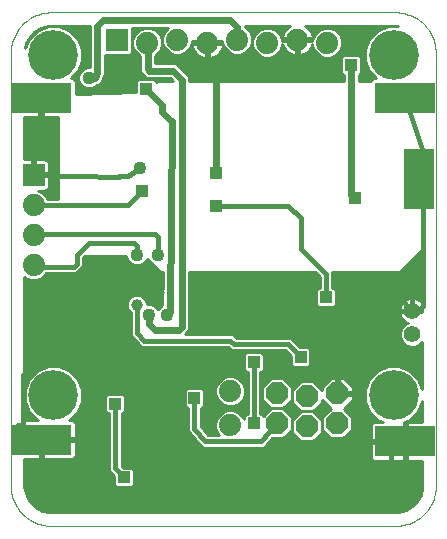
<source format=gbl>
G75*
G70*
%OFA0B0*%
%FSLAX24Y24*%
%IPPOS*%
%LPD*%
%AMOC8*
5,1,8,0,0,1.08239X$1,22.5*
%
%ADD10C,0.0010*%
%ADD11R,0.0740X0.0740*%
%ADD12C,0.0740*%
%ADD13R,0.2000X0.1000*%
%ADD14R,0.1000X0.2000*%
%ADD15C,0.0560*%
%ADD16OC8,0.0740*%
%ADD17R,0.0396X0.0396*%
%ADD18C,0.0240*%
%ADD19C,0.0160*%
%ADD20C,0.0436*%
%ADD21C,0.0100*%
%ADD22C,0.0396*%
%ADD23C,0.1660*%
D10*
X002398Y002257D02*
X002398Y016647D01*
X002398Y016637D02*
X002397Y016710D01*
X002400Y016782D01*
X002406Y016854D01*
X002416Y016926D01*
X002430Y016997D01*
X002448Y017067D01*
X002470Y017136D01*
X002495Y017204D01*
X002524Y017270D01*
X002556Y017335D01*
X002592Y017398D01*
X002632Y017459D01*
X002674Y017517D01*
X002719Y017574D01*
X002768Y017628D01*
X002819Y017679D01*
X002873Y017727D01*
X002930Y017772D01*
X002988Y017815D01*
X003049Y017854D01*
X003112Y017889D01*
X003177Y017922D01*
X003244Y017950D01*
X003312Y017975D01*
X003381Y017997D01*
X003451Y018015D01*
X003522Y018028D01*
X003594Y018038D01*
X003666Y018045D01*
X003738Y018047D01*
X015158Y018047D01*
X015152Y018046D02*
X015225Y018047D01*
X015297Y018044D01*
X015369Y018038D01*
X015441Y018028D01*
X015512Y018014D01*
X015582Y017996D01*
X015651Y017974D01*
X015719Y017949D01*
X015785Y017920D01*
X015850Y017888D01*
X015913Y017852D01*
X015974Y017812D01*
X016032Y017770D01*
X016089Y017725D01*
X016143Y017676D01*
X016194Y017625D01*
X016242Y017571D01*
X016287Y017514D01*
X016330Y017456D01*
X016369Y017395D01*
X016404Y017332D01*
X016437Y017267D01*
X016465Y017200D01*
X016490Y017132D01*
X016512Y017063D01*
X016530Y016993D01*
X016543Y016922D01*
X016553Y016850D01*
X016560Y016778D01*
X016562Y016706D01*
X016568Y016697D02*
X016568Y002337D01*
X016569Y002264D01*
X016566Y002192D01*
X016560Y002120D01*
X016550Y002048D01*
X016536Y001977D01*
X016518Y001907D01*
X016496Y001838D01*
X016471Y001770D01*
X016442Y001704D01*
X016410Y001639D01*
X016374Y001576D01*
X016334Y001515D01*
X016292Y001457D01*
X016247Y001400D01*
X016198Y001346D01*
X016147Y001295D01*
X016093Y001247D01*
X016036Y001202D01*
X015978Y001159D01*
X015917Y001120D01*
X015854Y001085D01*
X015789Y001052D01*
X015722Y001024D01*
X015654Y000999D01*
X015585Y000977D01*
X015515Y000959D01*
X015444Y000946D01*
X015372Y000936D01*
X015300Y000929D01*
X015228Y000927D01*
X003808Y000927D01*
X003808Y000928D02*
X003735Y000926D01*
X003663Y000928D01*
X003592Y000934D01*
X003520Y000944D01*
X003449Y000958D01*
X003379Y000976D01*
X003310Y000997D01*
X003243Y001022D01*
X003176Y001050D01*
X003112Y001083D01*
X003049Y001118D01*
X002988Y001157D01*
X002930Y001199D01*
X002873Y001244D01*
X002819Y001292D01*
X002768Y001343D01*
X002720Y001397D01*
X002675Y001453D01*
X002632Y001511D01*
X002593Y001572D01*
X002557Y001634D01*
X002525Y001699D01*
X002496Y001765D01*
X002471Y001832D01*
X002449Y001901D01*
X002431Y001971D01*
X002417Y002042D01*
X002407Y002113D01*
X002401Y002185D01*
X002398Y002257D01*
D11*
X003158Y012627D03*
X005952Y017137D03*
D12*
X006952Y017037D03*
X007952Y017137D03*
X008952Y017037D03*
X009952Y017137D03*
X010952Y017037D03*
X011952Y017137D03*
X012952Y017037D03*
X003158Y011627D03*
X003158Y010627D03*
X003158Y009627D03*
X009718Y005417D03*
X009718Y004277D03*
D13*
X015538Y003747D03*
X003418Y003807D03*
X003418Y015207D03*
X015538Y015207D03*
D14*
X016018Y012507D03*
D15*
X015778Y008101D03*
X015778Y007313D03*
D16*
X013278Y005347D03*
X013278Y004347D03*
X012278Y004247D03*
X011278Y004347D03*
X011278Y005347D03*
X012278Y005247D03*
D17*
X012058Y006567D03*
X010498Y006387D03*
X008518Y005187D03*
X010498Y004347D03*
X006178Y002547D03*
X005338Y002127D03*
X005878Y005007D03*
X003358Y007167D03*
X006778Y012087D03*
X009238Y011607D03*
X009238Y012687D03*
X006898Y015507D03*
X008998Y015987D03*
X013738Y016287D03*
X013858Y011847D03*
X014518Y008547D03*
X012898Y008547D03*
X015658Y001947D03*
X003418Y014367D03*
D18*
X003418Y015207D01*
X004998Y015867D02*
X005218Y015867D01*
X005278Y016047D01*
X005278Y017607D01*
X005458Y017787D01*
X009718Y017787D01*
X009952Y017553D01*
X009952Y017137D01*
X008998Y015987D02*
X009238Y015747D01*
X009238Y012687D01*
X008098Y014427D02*
X008098Y015807D01*
X007798Y016107D01*
X007018Y016107D01*
X006958Y016167D01*
X006958Y016791D01*
X006952Y017037D01*
X006898Y015507D02*
X007438Y014967D01*
X007438Y014727D01*
X007738Y014427D01*
X007758Y014427D01*
X007698Y008067D01*
X007598Y007967D01*
X008098Y007967D02*
X008098Y007867D01*
X008098Y007567D01*
X007998Y007467D01*
X007198Y007467D01*
X006998Y007667D01*
X006998Y007967D01*
X008098Y007967D02*
X008098Y014427D01*
X013738Y016287D02*
X013738Y011967D01*
X013858Y011847D01*
D19*
X012058Y011187D02*
X012058Y010167D01*
X012898Y009327D01*
X012898Y008547D01*
X014458Y008487D02*
X014518Y008547D01*
X015332Y008547D01*
X015778Y008101D01*
X015992Y008101D01*
X016138Y008247D01*
X016138Y013407D01*
X016018Y012507D01*
X016138Y013407D02*
X015538Y015207D01*
X011638Y011607D02*
X012058Y011187D01*
X011638Y011607D02*
X009238Y011607D01*
X007298Y010567D02*
X007298Y009967D01*
X007298Y010567D02*
X007198Y010667D01*
X003198Y010667D01*
X003158Y010627D01*
X003158Y011627D02*
X006318Y011627D01*
X006778Y012087D01*
X006318Y012587D02*
X006698Y012847D01*
X006318Y012587D02*
X006018Y012587D01*
X005998Y012567D01*
X003158Y012627D01*
X004998Y010367D02*
X004598Y009967D01*
X004598Y009667D01*
X004498Y009567D01*
X003218Y009567D01*
X003158Y009627D01*
X004998Y010367D02*
X006498Y010367D01*
X006598Y010267D01*
X006598Y009967D01*
X006598Y008307D02*
X006598Y007347D01*
X006838Y007107D01*
X009718Y007107D01*
X009838Y006987D01*
X011638Y006987D01*
X012058Y006567D01*
X013278Y005347D02*
X013878Y005347D01*
X014098Y005127D01*
X014098Y006507D01*
X014458Y006867D01*
X014458Y008487D01*
X014098Y005127D02*
X014098Y004047D01*
X014398Y003747D01*
X015118Y003747D01*
X015058Y003687D01*
X015058Y002187D01*
X015298Y001947D01*
X015658Y001947D01*
X015538Y003687D02*
X015538Y003747D01*
X016078Y003747D01*
X015538Y003687D02*
X015478Y003747D01*
X015118Y003747D01*
X011278Y004347D02*
X010738Y003747D01*
X008878Y003747D01*
X008518Y004167D01*
X008518Y005187D01*
X010498Y004347D02*
X010498Y006387D01*
X006178Y002547D02*
X005878Y002847D01*
X005878Y005007D01*
X003418Y003807D02*
X003118Y003807D01*
X002668Y004257D01*
X002638Y004287D01*
X002668Y004257D01*
X002698Y004287D01*
X002668Y004257D02*
X002638Y004227D01*
X002698Y004167D01*
X002698Y004047D01*
X002818Y004167D01*
X002818Y005967D01*
X003358Y006507D01*
X003358Y007167D01*
X003418Y003807D02*
X003418Y002427D01*
X003718Y002127D01*
X005338Y002127D01*
D20*
X006998Y007967D03*
X007598Y007967D03*
X007298Y009967D03*
X006598Y009967D03*
X006698Y012847D03*
X004998Y015867D03*
D21*
X004753Y016114D02*
X004643Y016114D01*
X004629Y016079D02*
X004775Y016432D01*
X004775Y016814D01*
X004629Y017167D01*
X004359Y017437D01*
X004006Y017583D01*
X003624Y017583D01*
X003272Y017437D01*
X003002Y017167D01*
X002873Y016856D01*
X002908Y017011D01*
X003021Y017222D01*
X003186Y017395D01*
X003390Y017519D01*
X003621Y017583D01*
X003740Y017592D01*
X005028Y017592D01*
X005028Y016215D01*
X004929Y016215D01*
X004801Y016162D01*
X004703Y016064D01*
X004650Y015936D01*
X004650Y015798D01*
X004703Y015670D01*
X004801Y015572D01*
X004929Y015519D01*
X005067Y015519D01*
X005195Y015572D01*
X005240Y015617D01*
X005268Y015617D01*
X005276Y015620D01*
X005285Y015621D01*
X005322Y015639D01*
X005360Y015655D01*
X005366Y015662D01*
X005374Y015666D01*
X005401Y015696D01*
X005430Y015725D01*
X005433Y015734D01*
X005439Y015741D01*
X005452Y015780D01*
X005468Y015817D01*
X005468Y015826D01*
X005512Y015960D01*
X005528Y015997D01*
X005528Y016006D01*
X005531Y016015D01*
X006756Y016015D01*
X006746Y016025D02*
X006816Y015955D01*
X006876Y015895D01*
X006968Y015857D01*
X007694Y015857D01*
X007804Y015747D01*
X007258Y015747D01*
X007226Y015715D01*
X007226Y015759D01*
X007150Y015835D01*
X006646Y015835D01*
X006570Y015759D01*
X006570Y015378D01*
X004568Y015326D01*
X004568Y015727D01*
X004558Y015765D01*
X004538Y015799D01*
X004510Y015827D01*
X004476Y015847D01*
X004438Y015857D01*
X004407Y015857D01*
X004629Y016079D01*
X004683Y016015D02*
X004565Y016015D01*
X004650Y015917D02*
X004466Y015917D01*
X004519Y015818D02*
X004650Y015818D01*
X004683Y015720D02*
X004568Y015720D01*
X004568Y015621D02*
X004752Y015621D01*
X004921Y015523D02*
X004568Y015523D01*
X004568Y015424D02*
X006570Y015424D01*
X006570Y015523D02*
X005075Y015523D01*
X005283Y015621D02*
X006570Y015621D01*
X006570Y015720D02*
X005424Y015720D01*
X005468Y015818D02*
X006629Y015818D01*
X006746Y016025D02*
X006708Y016117D01*
X006708Y016597D01*
X006668Y016613D01*
X006528Y016754D01*
X006452Y016938D01*
X006452Y017136D01*
X006528Y017320D01*
X006668Y017461D01*
X006852Y017537D01*
X007051Y017537D01*
X007235Y017461D01*
X007376Y017320D01*
X007452Y017136D01*
X007452Y016938D01*
X007376Y016754D01*
X007235Y016613D01*
X007208Y016602D01*
X007208Y016357D01*
X007848Y016357D01*
X007940Y016319D01*
X008010Y016249D01*
X008310Y015949D01*
X008348Y015857D01*
X008348Y015747D01*
X013488Y015747D01*
X013488Y015959D01*
X013486Y015959D01*
X013410Y016035D01*
X013410Y016539D01*
X013486Y016615D01*
X013990Y016615D01*
X014066Y016539D01*
X014066Y016035D01*
X013990Y015959D01*
X013988Y015959D01*
X013988Y015747D01*
X014393Y015747D01*
X014398Y015765D01*
X014418Y015799D01*
X014446Y015827D01*
X014480Y015847D01*
X014518Y015857D01*
X014562Y015857D01*
X014340Y016079D01*
X014194Y016432D01*
X014194Y016814D01*
X014340Y017167D01*
X014610Y017437D01*
X014963Y017583D01*
X015318Y017583D01*
X015293Y017589D01*
X015173Y017591D01*
X015082Y017587D01*
X015068Y017592D01*
X012204Y017592D01*
X012224Y017582D01*
X012290Y017534D01*
X012348Y017476D01*
X012396Y017410D01*
X012434Y017337D01*
X012459Y017259D01*
X012470Y017187D01*
X012002Y017187D01*
X012002Y017087D01*
X012452Y017087D01*
X012452Y017136D01*
X012528Y017320D01*
X012668Y017461D01*
X012852Y017537D01*
X013051Y017537D01*
X013235Y017461D01*
X013376Y017320D01*
X013452Y017136D01*
X013452Y016938D01*
X013376Y016754D01*
X013235Y016613D01*
X013051Y016537D01*
X012852Y016537D01*
X012668Y016613D01*
X012528Y016754D01*
X012452Y016938D01*
X012452Y016993D01*
X012434Y016937D01*
X012396Y016864D01*
X012348Y016798D01*
X012290Y016740D01*
X012224Y016692D01*
X012151Y016655D01*
X012073Y016630D01*
X012002Y016618D01*
X012002Y017087D01*
X011902Y017087D01*
X011902Y016618D01*
X011830Y016630D01*
X011752Y016655D01*
X011679Y016692D01*
X011613Y016740D01*
X011555Y016798D01*
X011507Y016864D01*
X011470Y016937D01*
X011452Y016993D01*
X011452Y016938D01*
X011376Y016754D01*
X011235Y016613D01*
X011051Y016537D01*
X010852Y016537D01*
X010668Y016613D01*
X010528Y016754D01*
X010452Y016938D01*
X010452Y017136D01*
X010528Y017320D01*
X010668Y017461D01*
X010852Y017537D01*
X011051Y017537D01*
X011235Y017461D01*
X011376Y017320D01*
X011452Y017136D01*
X011452Y017087D01*
X011902Y017087D01*
X011902Y017187D01*
X011433Y017187D01*
X011445Y017259D01*
X011470Y017337D01*
X011507Y017410D01*
X011555Y017476D01*
X011613Y017534D01*
X011679Y017582D01*
X011699Y017592D01*
X010202Y017592D01*
X010202Y017575D01*
X010235Y017561D01*
X010376Y017420D01*
X010452Y017236D01*
X010452Y017038D01*
X010376Y016854D01*
X010235Y016713D01*
X010051Y016637D01*
X009852Y016637D01*
X009668Y016713D01*
X009528Y016854D01*
X009452Y017038D01*
X009452Y017087D01*
X009002Y017087D01*
X009002Y016987D01*
X009470Y016987D01*
X009459Y016915D01*
X009434Y016837D01*
X009396Y016764D01*
X009348Y016698D01*
X009290Y016640D01*
X009224Y016592D01*
X009151Y016555D01*
X009073Y016530D01*
X009002Y016518D01*
X009002Y016987D01*
X008902Y016987D01*
X008902Y016518D01*
X008830Y016530D01*
X008752Y016555D01*
X008679Y016592D01*
X008613Y016640D01*
X008555Y016698D01*
X008507Y016764D01*
X008470Y016837D01*
X008445Y016915D01*
X008433Y016987D01*
X008902Y016987D01*
X008902Y017087D01*
X008452Y017087D01*
X008452Y017038D01*
X008376Y016854D01*
X008235Y016713D01*
X008051Y016637D01*
X007852Y016637D01*
X007668Y016713D01*
X007528Y016854D01*
X007452Y017038D01*
X007452Y017236D01*
X007528Y017420D01*
X007645Y017537D01*
X006452Y017537D01*
X006452Y016713D01*
X006376Y016637D01*
X005528Y016637D01*
X005528Y016056D01*
X005531Y016015D01*
X005528Y016114D02*
X006710Y016114D01*
X006708Y016212D02*
X005528Y016212D01*
X005528Y016311D02*
X006708Y016311D01*
X006708Y016409D02*
X005528Y016409D01*
X005528Y016508D02*
X006708Y016508D01*
X006686Y016606D02*
X005528Y016606D01*
X005028Y016606D02*
X004775Y016606D01*
X004775Y016508D02*
X005028Y016508D01*
X005028Y016409D02*
X004766Y016409D01*
X004725Y016311D02*
X005028Y016311D01*
X004922Y016212D02*
X004684Y016212D01*
X004775Y016705D02*
X005028Y016705D01*
X005028Y016803D02*
X004775Y016803D01*
X004739Y016902D02*
X005028Y016902D01*
X005028Y017000D02*
X004698Y017000D01*
X004657Y017099D02*
X005028Y017099D01*
X005028Y017197D02*
X004599Y017197D01*
X004500Y017296D02*
X005028Y017296D01*
X005028Y017394D02*
X004402Y017394D01*
X004224Y017493D02*
X005028Y017493D01*
X005028Y017591D02*
X003727Y017591D01*
X003406Y017493D02*
X003347Y017493D01*
X003229Y017394D02*
X003184Y017394D01*
X003130Y017296D02*
X003091Y017296D01*
X003032Y017197D02*
X003007Y017197D01*
X002973Y017099D02*
X002955Y017099D01*
X002933Y017000D02*
X002905Y017000D01*
X002892Y016902D02*
X002883Y016902D01*
X003368Y015027D02*
X003468Y015027D01*
X003468Y014557D01*
X003958Y014557D01*
X003958Y011837D01*
X003612Y011837D01*
X003582Y011910D01*
X003441Y012051D01*
X003306Y012107D01*
X003548Y012107D01*
X003586Y012117D01*
X003620Y012137D01*
X003648Y012165D01*
X003668Y012199D01*
X003678Y012237D01*
X003678Y012577D01*
X003208Y012577D01*
X003208Y012677D01*
X003108Y012677D01*
X003108Y013147D01*
X002853Y013147D01*
X002853Y014557D01*
X003368Y014557D01*
X003368Y015027D01*
X003368Y014931D02*
X003468Y014931D01*
X003468Y014833D02*
X003368Y014833D01*
X003368Y014734D02*
X003468Y014734D01*
X003468Y014636D02*
X003368Y014636D01*
X002853Y014537D02*
X003958Y014537D01*
X003958Y014439D02*
X002853Y014439D01*
X002853Y014340D02*
X003958Y014340D01*
X003958Y014242D02*
X002853Y014242D01*
X002853Y014143D02*
X003958Y014143D01*
X003958Y014045D02*
X002853Y014045D01*
X002853Y013946D02*
X003958Y013946D01*
X003958Y013848D02*
X002853Y013848D01*
X002853Y013749D02*
X003958Y013749D01*
X003958Y013651D02*
X002853Y013651D01*
X002853Y013552D02*
X003958Y013552D01*
X003958Y013454D02*
X002853Y013454D01*
X002853Y013355D02*
X003958Y013355D01*
X003958Y013257D02*
X002853Y013257D01*
X002853Y013158D02*
X003958Y013158D01*
X003958Y013060D02*
X003665Y013060D01*
X003668Y013055D02*
X003648Y013089D01*
X003620Y013117D01*
X003586Y013137D01*
X003548Y013147D01*
X003208Y013147D01*
X003208Y012677D01*
X003678Y012677D01*
X003678Y013017D01*
X003668Y013055D01*
X003678Y012961D02*
X003958Y012961D01*
X003958Y012863D02*
X003678Y012863D01*
X003678Y012764D02*
X003958Y012764D01*
X003958Y012666D02*
X003208Y012666D01*
X003208Y012764D02*
X003108Y012764D01*
X003108Y012863D02*
X003208Y012863D01*
X003208Y012961D02*
X003108Y012961D01*
X003108Y013060D02*
X003208Y013060D01*
X003678Y012567D02*
X003958Y012567D01*
X003958Y012469D02*
X003678Y012469D01*
X003678Y012370D02*
X003958Y012370D01*
X003958Y012272D02*
X003678Y012272D01*
X003653Y012173D02*
X003958Y012173D01*
X003958Y012075D02*
X003383Y012075D01*
X003516Y011976D02*
X003958Y011976D01*
X003958Y011878D02*
X003595Y011878D01*
X004855Y009927D02*
X006250Y009927D01*
X006250Y009898D01*
X006303Y009770D01*
X006401Y009672D01*
X006529Y009619D01*
X006667Y009619D01*
X006795Y009672D01*
X006893Y009770D01*
X006923Y009842D01*
X007378Y009387D01*
X007460Y009387D01*
X007450Y008282D01*
X007401Y008262D01*
X007303Y008164D01*
X007298Y008152D01*
X007293Y008164D01*
X007195Y008262D01*
X007067Y008315D01*
X006929Y008315D01*
X006926Y008314D01*
X006926Y008372D01*
X006876Y008493D01*
X006784Y008585D01*
X006663Y008635D01*
X006533Y008635D01*
X006412Y008585D01*
X006320Y008493D01*
X006270Y008372D01*
X006270Y008242D01*
X006320Y008121D01*
X006388Y008053D01*
X006388Y007260D01*
X006628Y007020D01*
X006751Y006897D01*
X009631Y006897D01*
X009751Y006777D01*
X011551Y006777D01*
X011730Y006598D01*
X011730Y006315D01*
X011806Y006239D01*
X012310Y006239D01*
X012386Y006315D01*
X012386Y006819D01*
X012310Y006895D01*
X012027Y006895D01*
X011725Y007197D01*
X009925Y007197D01*
X009805Y007317D01*
X008202Y007317D01*
X008210Y007325D01*
X008310Y007425D01*
X008348Y007517D01*
X008348Y009387D01*
X012541Y009387D01*
X012688Y009240D01*
X012688Y008875D01*
X012646Y008875D01*
X012570Y008799D01*
X012570Y008295D01*
X012646Y008219D01*
X013150Y008219D01*
X013226Y008295D01*
X013226Y008799D01*
X013150Y008875D01*
X013108Y008875D01*
X013108Y009387D01*
X015358Y009387D01*
X016113Y010142D01*
X016113Y008371D01*
X016106Y008381D01*
X016058Y008429D01*
X016003Y008468D01*
X015943Y008499D01*
X015879Y008520D01*
X015812Y008531D01*
X015807Y008531D01*
X015807Y008129D01*
X016113Y008129D01*
X016113Y008072D01*
X015807Y008072D01*
X015807Y008129D01*
X015749Y008129D01*
X015749Y008072D01*
X015348Y008072D01*
X015348Y008067D01*
X015359Y008000D01*
X015380Y007936D01*
X015410Y007875D01*
X015450Y007821D01*
X015498Y007773D01*
X015553Y007733D01*
X015613Y007702D01*
X015631Y007696D01*
X015546Y007661D01*
X015430Y007546D01*
X015368Y007395D01*
X015368Y007232D01*
X015430Y007081D01*
X015546Y006966D01*
X015696Y006903D01*
X015860Y006903D01*
X016010Y006966D01*
X016113Y007068D01*
X016113Y005477D01*
X015968Y005828D01*
X015698Y006098D01*
X015345Y006244D01*
X014963Y006244D01*
X014610Y006098D01*
X014340Y005828D01*
X014194Y005475D01*
X014194Y005093D01*
X014340Y004741D01*
X014610Y004471D01*
X014788Y004397D01*
X014518Y004397D01*
X014480Y004387D01*
X014446Y004367D01*
X014418Y004339D01*
X014398Y004305D01*
X014388Y004267D01*
X014388Y003797D01*
X015488Y003797D01*
X015488Y004384D01*
X015698Y004471D01*
X015968Y004741D01*
X016113Y005091D01*
X016113Y004397D01*
X015588Y004397D01*
X015588Y003797D01*
X015488Y003797D01*
X015488Y003697D01*
X014388Y003697D01*
X014388Y003227D01*
X014398Y003189D01*
X014418Y003155D01*
X014446Y003127D01*
X014480Y003107D01*
X014518Y003097D01*
X015488Y003097D01*
X015488Y003697D01*
X015588Y003697D01*
X015588Y003797D01*
X016113Y003797D01*
X016113Y003697D01*
X015588Y003697D01*
X015588Y003097D01*
X016113Y003097D01*
X016113Y002417D01*
X016109Y002407D01*
X016113Y002327D01*
X016113Y002294D01*
X016111Y002196D01*
X016058Y001963D01*
X015945Y001752D01*
X015780Y001579D01*
X015576Y001455D01*
X015345Y001391D01*
X015226Y001382D01*
X003887Y001382D01*
X003876Y001386D01*
X003797Y001382D01*
X003753Y001382D01*
X003666Y001384D01*
X003434Y001435D01*
X003224Y001547D01*
X003051Y001710D01*
X002927Y001913D01*
X002862Y002142D01*
X002853Y002261D01*
X002853Y003157D01*
X003368Y003157D01*
X003368Y003757D01*
X002853Y003757D01*
X002853Y003857D01*
X003368Y003857D01*
X003368Y003757D01*
X003468Y003757D01*
X003468Y003857D01*
X004568Y003857D01*
X004568Y004327D01*
X004558Y004365D01*
X004538Y004399D01*
X004510Y004427D01*
X004476Y004447D01*
X004438Y004457D01*
X004326Y004457D01*
X004359Y004471D01*
X004629Y004741D01*
X004775Y005093D01*
X004775Y005475D01*
X004629Y005828D01*
X004359Y006098D01*
X004006Y006244D01*
X003624Y006244D01*
X003272Y006098D01*
X003002Y005828D01*
X002855Y005475D01*
X002855Y005093D01*
X003002Y004741D01*
X003272Y004471D01*
X003304Y004457D01*
X002853Y004457D01*
X002853Y009225D01*
X002875Y009203D01*
X003059Y009127D01*
X003257Y009127D01*
X003441Y009203D01*
X003582Y009344D01*
X003587Y009357D01*
X004585Y009357D01*
X004708Y009480D01*
X004808Y009580D01*
X004808Y009880D01*
X004855Y009927D01*
X004836Y009908D02*
X006250Y009908D01*
X006287Y009809D02*
X004808Y009809D01*
X004808Y009711D02*
X006362Y009711D01*
X006834Y009711D02*
X007054Y009711D01*
X006955Y009809D02*
X006909Y009809D01*
X007152Y009612D02*
X004808Y009612D01*
X004742Y009514D02*
X007251Y009514D01*
X007349Y009415D02*
X004643Y009415D01*
X003555Y009317D02*
X007460Y009317D01*
X007459Y009218D02*
X003457Y009218D01*
X002859Y009218D02*
X002853Y009218D01*
X002853Y009120D02*
X007458Y009120D01*
X007457Y009021D02*
X002853Y009021D01*
X002853Y008923D02*
X007456Y008923D01*
X007455Y008824D02*
X002853Y008824D01*
X002853Y008726D02*
X007454Y008726D01*
X007453Y008627D02*
X006682Y008627D01*
X006514Y008627D02*
X002853Y008627D01*
X002853Y008529D02*
X006356Y008529D01*
X006294Y008430D02*
X002853Y008430D01*
X002853Y008332D02*
X006270Y008332D01*
X006273Y008233D02*
X002853Y008233D01*
X002853Y008135D02*
X006314Y008135D01*
X006388Y008036D02*
X002853Y008036D01*
X002853Y007938D02*
X006388Y007938D01*
X006388Y007839D02*
X002853Y007839D01*
X002853Y007741D02*
X006388Y007741D01*
X006388Y007642D02*
X002853Y007642D01*
X002853Y007544D02*
X006388Y007544D01*
X006388Y007445D02*
X002853Y007445D01*
X002853Y007347D02*
X006388Y007347D01*
X006400Y007248D02*
X002853Y007248D01*
X002853Y007150D02*
X006498Y007150D01*
X006597Y007051D02*
X002853Y007051D01*
X002853Y006953D02*
X006695Y006953D01*
X007223Y008233D02*
X007373Y008233D01*
X007450Y008332D02*
X006926Y008332D01*
X006902Y008430D02*
X007451Y008430D01*
X007452Y008529D02*
X006840Y008529D01*
X008348Y008529D02*
X012570Y008529D01*
X012570Y008627D02*
X008348Y008627D01*
X008348Y008726D02*
X012570Y008726D01*
X012595Y008824D02*
X008348Y008824D01*
X008348Y008923D02*
X012688Y008923D01*
X012688Y009021D02*
X008348Y009021D01*
X008348Y009120D02*
X012688Y009120D01*
X012688Y009218D02*
X008348Y009218D01*
X008348Y009317D02*
X012611Y009317D01*
X013108Y009317D02*
X016113Y009317D01*
X016113Y009415D02*
X015387Y009415D01*
X015485Y009514D02*
X016113Y009514D01*
X016113Y009612D02*
X015584Y009612D01*
X015682Y009711D02*
X016113Y009711D01*
X016113Y009809D02*
X015781Y009809D01*
X015879Y009908D02*
X016113Y009908D01*
X016113Y010006D02*
X015978Y010006D01*
X016076Y010105D02*
X016113Y010105D01*
X016113Y009218D02*
X013108Y009218D01*
X013108Y009120D02*
X016113Y009120D01*
X016113Y009021D02*
X013108Y009021D01*
X013108Y008923D02*
X016113Y008923D01*
X016113Y008824D02*
X013201Y008824D01*
X013226Y008726D02*
X016113Y008726D01*
X016113Y008627D02*
X013226Y008627D01*
X013226Y008529D02*
X015733Y008529D01*
X015744Y008531D02*
X015677Y008520D01*
X015613Y008499D01*
X015553Y008468D01*
X015498Y008429D01*
X015450Y008381D01*
X015410Y008326D01*
X015380Y008266D01*
X015359Y008201D01*
X015348Y008135D01*
X008348Y008135D01*
X008348Y008233D02*
X012631Y008233D01*
X012570Y008332D02*
X008348Y008332D01*
X008348Y008430D02*
X012570Y008430D01*
X013165Y008233D02*
X015369Y008233D01*
X015348Y008135D02*
X015348Y008129D01*
X015749Y008129D01*
X015749Y008531D01*
X015744Y008531D01*
X015749Y008529D02*
X015807Y008529D01*
X015823Y008529D02*
X016113Y008529D01*
X016113Y008430D02*
X016056Y008430D01*
X015807Y008430D02*
X015749Y008430D01*
X015749Y008332D02*
X015807Y008332D01*
X015807Y008233D02*
X015749Y008233D01*
X015749Y008135D02*
X015807Y008135D01*
X015500Y008430D02*
X013226Y008430D01*
X013226Y008332D02*
X015415Y008332D01*
X015353Y008036D02*
X008348Y008036D01*
X008348Y007938D02*
X015379Y007938D01*
X015436Y007839D02*
X008348Y007839D01*
X008348Y007741D02*
X015542Y007741D01*
X015527Y007642D02*
X008348Y007642D01*
X008348Y007544D02*
X015430Y007544D01*
X015389Y007445D02*
X008318Y007445D01*
X008232Y007347D02*
X015368Y007347D01*
X015368Y007248D02*
X009873Y007248D01*
X009674Y006854D02*
X002853Y006854D01*
X002853Y006756D02*
X011572Y006756D01*
X011671Y006657D02*
X010808Y006657D01*
X010826Y006639D02*
X010750Y006715D01*
X010246Y006715D01*
X010170Y006639D01*
X010170Y006135D01*
X010246Y006059D01*
X010288Y006059D01*
X010288Y004675D01*
X010246Y004675D01*
X010170Y004599D01*
X010170Y004493D01*
X010142Y004560D01*
X010001Y004701D01*
X009817Y004777D01*
X009619Y004777D01*
X009435Y004701D01*
X009294Y004560D01*
X009218Y004376D01*
X009218Y004178D01*
X009294Y003994D01*
X009331Y003957D01*
X008975Y003957D01*
X008728Y004245D01*
X008728Y004859D01*
X008770Y004859D01*
X008846Y004935D01*
X008846Y005439D01*
X008770Y005515D01*
X008266Y005515D01*
X008190Y005439D01*
X008190Y004935D01*
X008266Y004859D01*
X008308Y004859D01*
X008308Y004175D01*
X008302Y004096D01*
X008308Y004089D01*
X008308Y004080D01*
X008364Y004024D01*
X008668Y003669D01*
X008668Y003660D01*
X008724Y003604D01*
X006088Y003604D01*
X006088Y003702D02*
X008640Y003702D01*
X008724Y003604D02*
X008775Y003544D01*
X008784Y003544D01*
X008791Y003537D01*
X008870Y003537D01*
X008949Y003531D01*
X008956Y003537D01*
X010657Y003537D01*
X010662Y003533D01*
X010744Y003537D01*
X010825Y003537D01*
X010830Y003542D01*
X010836Y003542D01*
X010890Y003602D01*
X010948Y003660D01*
X010948Y003666D01*
X011111Y003847D01*
X011485Y003847D01*
X011778Y004140D01*
X011778Y004554D01*
X011485Y004847D01*
X011071Y004847D01*
X010824Y004601D01*
X010750Y004675D01*
X010708Y004675D01*
X010708Y006059D01*
X010750Y006059D01*
X010826Y006135D01*
X010826Y006639D01*
X010826Y006559D02*
X011730Y006559D01*
X011730Y006460D02*
X010826Y006460D01*
X010826Y006362D02*
X011730Y006362D01*
X011781Y006263D02*
X010826Y006263D01*
X010826Y006165D02*
X014772Y006165D01*
X014579Y006066D02*
X010758Y006066D01*
X010708Y005968D02*
X014480Y005968D01*
X014382Y005869D02*
X010708Y005869D01*
X010708Y005771D02*
X010995Y005771D01*
X011071Y005847D02*
X010778Y005554D01*
X010778Y005140D01*
X011071Y004847D01*
X011485Y004847D01*
X011778Y005140D01*
X011778Y005554D01*
X011485Y005847D01*
X011071Y005847D01*
X010896Y005672D02*
X010708Y005672D01*
X010708Y005574D02*
X010798Y005574D01*
X010778Y005475D02*
X010708Y005475D01*
X010708Y005377D02*
X010778Y005377D01*
X010778Y005278D02*
X010708Y005278D01*
X010708Y005180D02*
X010778Y005180D01*
X010836Y005081D02*
X010708Y005081D01*
X010708Y004983D02*
X010935Y004983D01*
X011033Y004884D02*
X010708Y004884D01*
X010708Y004786D02*
X011010Y004786D01*
X010911Y004687D02*
X010708Y004687D01*
X010288Y004687D02*
X010015Y004687D01*
X010113Y004589D02*
X010170Y004589D01*
X010288Y004786D02*
X008728Y004786D01*
X008728Y004687D02*
X009421Y004687D01*
X009323Y004589D02*
X008728Y004589D01*
X008728Y004490D02*
X009265Y004490D01*
X009224Y004392D02*
X008728Y004392D01*
X008728Y004293D02*
X009218Y004293D01*
X009218Y004195D02*
X008771Y004195D01*
X008855Y004096D02*
X009252Y004096D01*
X009292Y003998D02*
X008939Y003998D01*
X008555Y003801D02*
X006088Y003801D01*
X006088Y003899D02*
X008471Y003899D01*
X008386Y003998D02*
X006088Y003998D01*
X006088Y004096D02*
X008302Y004096D01*
X008308Y004195D02*
X006088Y004195D01*
X006088Y004293D02*
X008308Y004293D01*
X008308Y004392D02*
X006088Y004392D01*
X006088Y004490D02*
X008308Y004490D01*
X008308Y004589D02*
X006088Y004589D01*
X006088Y004679D02*
X006130Y004679D01*
X006206Y004755D01*
X006206Y005259D01*
X006130Y005335D01*
X005626Y005335D01*
X005550Y005259D01*
X005550Y004755D01*
X005626Y004679D01*
X005668Y004679D01*
X005668Y002760D01*
X005850Y002578D01*
X005850Y002295D01*
X005926Y002219D01*
X006430Y002219D01*
X006506Y002295D01*
X006506Y002799D01*
X006430Y002875D01*
X006147Y002875D01*
X006088Y002934D01*
X006088Y004679D01*
X006139Y004687D02*
X008308Y004687D01*
X008308Y004786D02*
X006206Y004786D01*
X006206Y004884D02*
X008240Y004884D01*
X008190Y004983D02*
X006206Y004983D01*
X006206Y005081D02*
X008190Y005081D01*
X008190Y005180D02*
X006206Y005180D01*
X006187Y005278D02*
X008190Y005278D01*
X008190Y005377D02*
X004775Y005377D01*
X004775Y005475D02*
X008226Y005475D01*
X008810Y005475D02*
X009218Y005475D01*
X009218Y005516D02*
X009218Y005318D01*
X009294Y005134D01*
X009435Y004993D01*
X009619Y004917D01*
X009817Y004917D01*
X010001Y004993D01*
X010142Y005134D01*
X010218Y005318D01*
X010218Y005516D01*
X010142Y005700D01*
X010001Y005841D01*
X009817Y005917D01*
X009619Y005917D01*
X009435Y005841D01*
X009294Y005700D01*
X009218Y005516D01*
X009242Y005574D02*
X004734Y005574D01*
X004694Y005672D02*
X009283Y005672D01*
X009365Y005771D02*
X004653Y005771D01*
X004588Y005869D02*
X009504Y005869D01*
X009932Y005869D02*
X010288Y005869D01*
X010288Y005771D02*
X010071Y005771D01*
X010153Y005672D02*
X010288Y005672D01*
X010288Y005574D02*
X010194Y005574D01*
X010218Y005475D02*
X010288Y005475D01*
X010288Y005377D02*
X010218Y005377D01*
X010202Y005278D02*
X010288Y005278D01*
X010288Y005180D02*
X010161Y005180D01*
X010090Y005081D02*
X010288Y005081D01*
X010288Y004983D02*
X009977Y004983D01*
X010288Y004884D02*
X008796Y004884D01*
X008846Y004983D02*
X009459Y004983D01*
X009346Y005081D02*
X008846Y005081D01*
X008846Y005180D02*
X009275Y005180D01*
X009234Y005278D02*
X008846Y005278D01*
X008846Y005377D02*
X009218Y005377D01*
X010288Y005968D02*
X004489Y005968D01*
X004391Y006066D02*
X010238Y006066D01*
X010170Y006165D02*
X004198Y006165D01*
X003433Y006165D02*
X002853Y006165D01*
X002853Y006263D02*
X010170Y006263D01*
X010170Y006362D02*
X002853Y006362D01*
X002853Y006460D02*
X010170Y006460D01*
X010170Y006559D02*
X002853Y006559D01*
X002853Y006657D02*
X010188Y006657D01*
X011561Y005771D02*
X012967Y005771D01*
X013063Y005867D02*
X012758Y005562D01*
X012758Y005474D01*
X012485Y005747D01*
X012071Y005747D01*
X011778Y005454D01*
X011778Y005040D01*
X012071Y004747D01*
X012485Y004747D01*
X012778Y005040D01*
X012778Y005112D01*
X013057Y004833D01*
X012778Y004554D01*
X012778Y004140D01*
X013071Y003847D01*
X013485Y003847D01*
X013778Y004140D01*
X013778Y004554D01*
X013499Y004833D01*
X013798Y005132D01*
X013798Y005297D01*
X013328Y005297D01*
X013328Y005397D01*
X013228Y005397D01*
X013228Y005867D01*
X013063Y005867D01*
X013228Y005771D02*
X013328Y005771D01*
X013328Y005867D02*
X013493Y005867D01*
X013798Y005562D01*
X013798Y005397D01*
X013328Y005397D01*
X013328Y005867D01*
X013328Y005672D02*
X013228Y005672D01*
X013228Y005574D02*
X013328Y005574D01*
X013328Y005475D02*
X013228Y005475D01*
X013328Y005377D02*
X014194Y005377D01*
X014194Y005475D02*
X013798Y005475D01*
X013786Y005574D02*
X014235Y005574D01*
X014276Y005672D02*
X013688Y005672D01*
X013589Y005771D02*
X014316Y005771D01*
X014194Y005278D02*
X013798Y005278D01*
X013798Y005180D02*
X014194Y005180D01*
X014199Y005081D02*
X013748Y005081D01*
X013649Y004983D02*
X014240Y004983D01*
X014281Y004884D02*
X013551Y004884D01*
X013546Y004786D02*
X014321Y004786D01*
X014393Y004687D02*
X013645Y004687D01*
X013743Y004589D02*
X014492Y004589D01*
X014590Y004490D02*
X013778Y004490D01*
X013778Y004392D02*
X014500Y004392D01*
X014395Y004293D02*
X013778Y004293D01*
X013778Y004195D02*
X014388Y004195D01*
X014388Y004096D02*
X013735Y004096D01*
X013636Y003998D02*
X014388Y003998D01*
X014388Y003899D02*
X013538Y003899D01*
X013018Y003899D02*
X012638Y003899D01*
X012539Y003801D02*
X014388Y003801D01*
X014388Y003604D02*
X010892Y003604D01*
X010980Y003702D02*
X015488Y003702D01*
X015488Y003604D02*
X015588Y003604D01*
X015588Y003702D02*
X016113Y003702D01*
X015588Y003801D02*
X015488Y003801D01*
X015488Y003899D02*
X015588Y003899D01*
X015588Y003998D02*
X015488Y003998D01*
X015488Y004096D02*
X015588Y004096D01*
X015588Y004195D02*
X015488Y004195D01*
X015488Y004293D02*
X015588Y004293D01*
X015588Y004392D02*
X015508Y004392D01*
X015718Y004490D02*
X016113Y004490D01*
X016113Y004589D02*
X015816Y004589D01*
X015915Y004687D02*
X016113Y004687D01*
X016113Y004786D02*
X015986Y004786D01*
X016027Y004884D02*
X016113Y004884D01*
X016113Y004983D02*
X016068Y004983D01*
X016109Y005081D02*
X016113Y005081D01*
X016113Y005574D02*
X016073Y005574D01*
X016113Y005672D02*
X016032Y005672D01*
X015991Y005771D02*
X016113Y005771D01*
X016113Y005869D02*
X015926Y005869D01*
X015828Y005968D02*
X016113Y005968D01*
X016113Y006066D02*
X015729Y006066D01*
X015536Y006165D02*
X016113Y006165D01*
X016113Y006263D02*
X012335Y006263D01*
X012386Y006362D02*
X016113Y006362D01*
X016113Y006460D02*
X012386Y006460D01*
X012386Y006559D02*
X016113Y006559D01*
X016113Y006657D02*
X012386Y006657D01*
X012386Y006756D02*
X016113Y006756D01*
X016113Y006854D02*
X012351Y006854D01*
X011969Y006953D02*
X015576Y006953D01*
X015460Y007051D02*
X011870Y007051D01*
X011772Y007150D02*
X015402Y007150D01*
X015980Y006953D02*
X016113Y006953D01*
X016113Y007051D02*
X016096Y007051D01*
X012868Y005672D02*
X012560Y005672D01*
X012658Y005574D02*
X012770Y005574D01*
X012757Y005475D02*
X012758Y005475D01*
X012778Y005081D02*
X012808Y005081D01*
X012721Y004983D02*
X012907Y004983D01*
X013005Y004884D02*
X012623Y004884D01*
X012524Y004786D02*
X013010Y004786D01*
X012911Y004687D02*
X012545Y004687D01*
X012485Y004747D02*
X012071Y004747D01*
X011778Y004454D01*
X011778Y004040D01*
X012071Y003747D01*
X012485Y003747D01*
X012778Y004040D01*
X012778Y004454D01*
X012485Y004747D01*
X012643Y004589D02*
X012813Y004589D01*
X012778Y004490D02*
X012742Y004490D01*
X012778Y004392D02*
X012778Y004392D01*
X012778Y004293D02*
X012778Y004293D01*
X012778Y004195D02*
X012778Y004195D01*
X012778Y004096D02*
X012821Y004096D01*
X012736Y003998D02*
X012920Y003998D01*
X012032Y004786D02*
X011546Y004786D01*
X011523Y004884D02*
X011933Y004884D01*
X011835Y004983D02*
X011621Y004983D01*
X011720Y005081D02*
X011778Y005081D01*
X011778Y005180D02*
X011778Y005180D01*
X011778Y005278D02*
X011778Y005278D01*
X011778Y005377D02*
X011778Y005377D01*
X011778Y005475D02*
X011799Y005475D01*
X011758Y005574D02*
X011898Y005574D01*
X011996Y005672D02*
X011660Y005672D01*
X011645Y004687D02*
X012011Y004687D01*
X011913Y004589D02*
X011743Y004589D01*
X011778Y004490D02*
X011814Y004490D01*
X011778Y004392D02*
X011778Y004392D01*
X011778Y004293D02*
X011778Y004293D01*
X011778Y004195D02*
X011778Y004195D01*
X011778Y004096D02*
X011735Y004096D01*
X011820Y003998D02*
X011636Y003998D01*
X011538Y003899D02*
X011918Y003899D01*
X012017Y003801D02*
X011069Y003801D01*
X014388Y003505D02*
X006088Y003505D01*
X006088Y003407D02*
X014388Y003407D01*
X014388Y003308D02*
X006088Y003308D01*
X006088Y003210D02*
X014393Y003210D01*
X014473Y003111D02*
X006088Y003111D01*
X006088Y003013D02*
X016113Y003013D01*
X016113Y002914D02*
X006107Y002914D01*
X005809Y002619D02*
X002853Y002619D01*
X002853Y002717D02*
X005711Y002717D01*
X005668Y002816D02*
X002853Y002816D01*
X002853Y002914D02*
X005668Y002914D01*
X005668Y003013D02*
X002853Y003013D01*
X002853Y003111D02*
X005668Y003111D01*
X005668Y003210D02*
X004533Y003210D01*
X004538Y003215D02*
X004558Y003249D01*
X004568Y003287D01*
X004568Y003757D01*
X003468Y003757D01*
X003468Y003157D01*
X004438Y003157D01*
X004476Y003167D01*
X004510Y003187D01*
X004538Y003215D01*
X004568Y003308D02*
X005668Y003308D01*
X005668Y003407D02*
X004568Y003407D01*
X004568Y003505D02*
X005668Y003505D01*
X005668Y003604D02*
X004568Y003604D01*
X004568Y003702D02*
X005668Y003702D01*
X005668Y003801D02*
X003468Y003801D01*
X003468Y003702D02*
X003368Y003702D01*
X003368Y003604D02*
X003468Y003604D01*
X003468Y003505D02*
X003368Y003505D01*
X003368Y003407D02*
X003468Y003407D01*
X003468Y003308D02*
X003368Y003308D01*
X003368Y003210D02*
X003468Y003210D01*
X003368Y003801D02*
X002853Y003801D01*
X002853Y004490D02*
X003252Y004490D01*
X003153Y004589D02*
X002853Y004589D01*
X002853Y004687D02*
X003055Y004687D01*
X002983Y004786D02*
X002853Y004786D01*
X002853Y004884D02*
X002942Y004884D01*
X002901Y004983D02*
X002853Y004983D01*
X002853Y005081D02*
X002860Y005081D01*
X002853Y005180D02*
X002855Y005180D01*
X002853Y005278D02*
X002855Y005278D01*
X002853Y005377D02*
X002855Y005377D01*
X002853Y005475D02*
X002855Y005475D01*
X002853Y005574D02*
X002896Y005574D01*
X002937Y005672D02*
X002853Y005672D01*
X002853Y005771D02*
X002978Y005771D01*
X003043Y005869D02*
X002853Y005869D01*
X002853Y005968D02*
X003141Y005968D01*
X003240Y006066D02*
X002853Y006066D01*
X004379Y004490D02*
X005668Y004490D01*
X005668Y004392D02*
X004542Y004392D01*
X004568Y004293D02*
X005668Y004293D01*
X005668Y004195D02*
X004568Y004195D01*
X004568Y004096D02*
X005668Y004096D01*
X005668Y003998D02*
X004568Y003998D01*
X004568Y003899D02*
X005668Y003899D01*
X005668Y004589D02*
X004478Y004589D01*
X004576Y004687D02*
X005617Y004687D01*
X005550Y004786D02*
X004648Y004786D01*
X004689Y004884D02*
X005550Y004884D01*
X005550Y004983D02*
X004730Y004983D01*
X004770Y005081D02*
X005550Y005081D01*
X005550Y005180D02*
X004775Y005180D01*
X004775Y005278D02*
X005569Y005278D01*
X006489Y002816D02*
X016113Y002816D01*
X016113Y002717D02*
X006506Y002717D01*
X006506Y002619D02*
X016113Y002619D01*
X016113Y002520D02*
X006506Y002520D01*
X006506Y002422D02*
X016113Y002422D01*
X016113Y002323D02*
X006506Y002323D01*
X006436Y002225D02*
X016112Y002225D01*
X016095Y002126D02*
X002866Y002126D01*
X002856Y002225D02*
X005920Y002225D01*
X005850Y002323D02*
X002853Y002323D01*
X002853Y002422D02*
X005850Y002422D01*
X005850Y002520D02*
X002853Y002520D01*
X002895Y002028D02*
X016073Y002028D01*
X016040Y001929D02*
X002923Y001929D01*
X002977Y001831D02*
X015987Y001831D01*
X015927Y001732D02*
X003037Y001732D01*
X003131Y001634D02*
X015833Y001634D01*
X015709Y001535D02*
X003245Y001535D01*
X003431Y001437D02*
X015510Y001437D01*
X015488Y003111D02*
X015588Y003111D01*
X015588Y003210D02*
X015488Y003210D01*
X015488Y003308D02*
X015588Y003308D01*
X015588Y003407D02*
X015488Y003407D01*
X015488Y003505D02*
X015588Y003505D01*
X007231Y015720D02*
X007226Y015720D01*
X007167Y015818D02*
X007733Y015818D01*
X008047Y016212D02*
X013410Y016212D01*
X013410Y016114D02*
X008145Y016114D01*
X008244Y016015D02*
X013430Y016015D01*
X013488Y015917D02*
X008323Y015917D01*
X008348Y015818D02*
X013488Y015818D01*
X013410Y016311D02*
X007948Y016311D01*
X007689Y016705D02*
X007326Y016705D01*
X007396Y016803D02*
X007579Y016803D01*
X007508Y016902D02*
X007437Y016902D01*
X007452Y017000D02*
X007467Y017000D01*
X007452Y017099D02*
X007452Y017099D01*
X007452Y017197D02*
X007427Y017197D01*
X007386Y017296D02*
X007476Y017296D01*
X007517Y017394D02*
X007302Y017394D01*
X007159Y017493D02*
X007600Y017493D01*
X006745Y017493D02*
X006452Y017493D01*
X006452Y017394D02*
X006602Y017394D01*
X006518Y017296D02*
X006452Y017296D01*
X006452Y017197D02*
X006477Y017197D01*
X006452Y017099D02*
X006452Y017099D01*
X006452Y017000D02*
X006452Y017000D01*
X006452Y016902D02*
X006467Y016902D01*
X006452Y016803D02*
X006507Y016803D01*
X006443Y016705D02*
X006577Y016705D01*
X007218Y016606D02*
X008660Y016606D01*
X008550Y016705D02*
X008214Y016705D01*
X008325Y016803D02*
X008487Y016803D01*
X008449Y016902D02*
X008395Y016902D01*
X008436Y017000D02*
X008902Y017000D01*
X008902Y016902D02*
X009002Y016902D01*
X009002Y017000D02*
X009467Y017000D01*
X009454Y016902D02*
X009508Y016902D01*
X009579Y016803D02*
X009416Y016803D01*
X009353Y016705D02*
X009689Y016705D01*
X009243Y016606D02*
X010686Y016606D01*
X010577Y016705D02*
X010214Y016705D01*
X010325Y016803D02*
X010507Y016803D01*
X010467Y016902D02*
X010395Y016902D01*
X010436Y017000D02*
X010452Y017000D01*
X010452Y017099D02*
X010452Y017099D01*
X010452Y017197D02*
X010477Y017197D01*
X010518Y017296D02*
X010427Y017296D01*
X010386Y017394D02*
X010602Y017394D01*
X010745Y017493D02*
X010303Y017493D01*
X010202Y017591D02*
X011697Y017591D01*
X011572Y017493D02*
X011159Y017493D01*
X011302Y017394D02*
X011499Y017394D01*
X011456Y017296D02*
X011386Y017296D01*
X011427Y017197D02*
X011435Y017197D01*
X011452Y017099D02*
X011902Y017099D01*
X011902Y017000D02*
X012002Y017000D01*
X012002Y016902D02*
X011902Y016902D01*
X011902Y016803D02*
X012002Y016803D01*
X012002Y016705D02*
X011902Y016705D01*
X011662Y016705D02*
X011326Y016705D01*
X011396Y016803D02*
X011552Y016803D01*
X011488Y016902D02*
X011437Y016902D01*
X011218Y016606D02*
X012686Y016606D01*
X012577Y016705D02*
X012241Y016705D01*
X012352Y016803D02*
X012507Y016803D01*
X012467Y016902D02*
X012415Y016902D01*
X012452Y017099D02*
X012002Y017099D01*
X012404Y017394D02*
X012602Y017394D01*
X012518Y017296D02*
X012447Y017296D01*
X012469Y017197D02*
X012477Y017197D01*
X012332Y017493D02*
X012745Y017493D01*
X013159Y017493D02*
X014745Y017493D01*
X014567Y017394D02*
X013302Y017394D01*
X013386Y017296D02*
X014469Y017296D01*
X014370Y017197D02*
X013427Y017197D01*
X013452Y017099D02*
X014312Y017099D01*
X014271Y017000D02*
X013452Y017000D01*
X013437Y016902D02*
X014230Y016902D01*
X014194Y016803D02*
X013396Y016803D01*
X013326Y016705D02*
X014194Y016705D01*
X014194Y016606D02*
X013999Y016606D01*
X014066Y016508D02*
X014194Y016508D01*
X014203Y016409D02*
X014066Y016409D01*
X014066Y016311D02*
X014244Y016311D01*
X014285Y016212D02*
X014066Y016212D01*
X014066Y016114D02*
X014326Y016114D01*
X014404Y016015D02*
X014046Y016015D01*
X013988Y015917D02*
X014503Y015917D01*
X014437Y015818D02*
X013988Y015818D01*
X013410Y016409D02*
X007208Y016409D01*
X007208Y016508D02*
X013410Y016508D01*
X013477Y016606D02*
X013218Y016606D01*
X012206Y017591D02*
X015071Y017591D01*
X015172Y017591D02*
X015175Y017591D01*
X009002Y016803D02*
X008902Y016803D01*
X008902Y016705D02*
X009002Y016705D01*
X009002Y016606D02*
X008902Y016606D01*
X006855Y015917D02*
X005498Y015917D01*
D22*
X006598Y008307D03*
D23*
X003815Y005284D03*
X015154Y005284D03*
X015154Y016623D03*
X003815Y016623D03*
M02*

</source>
